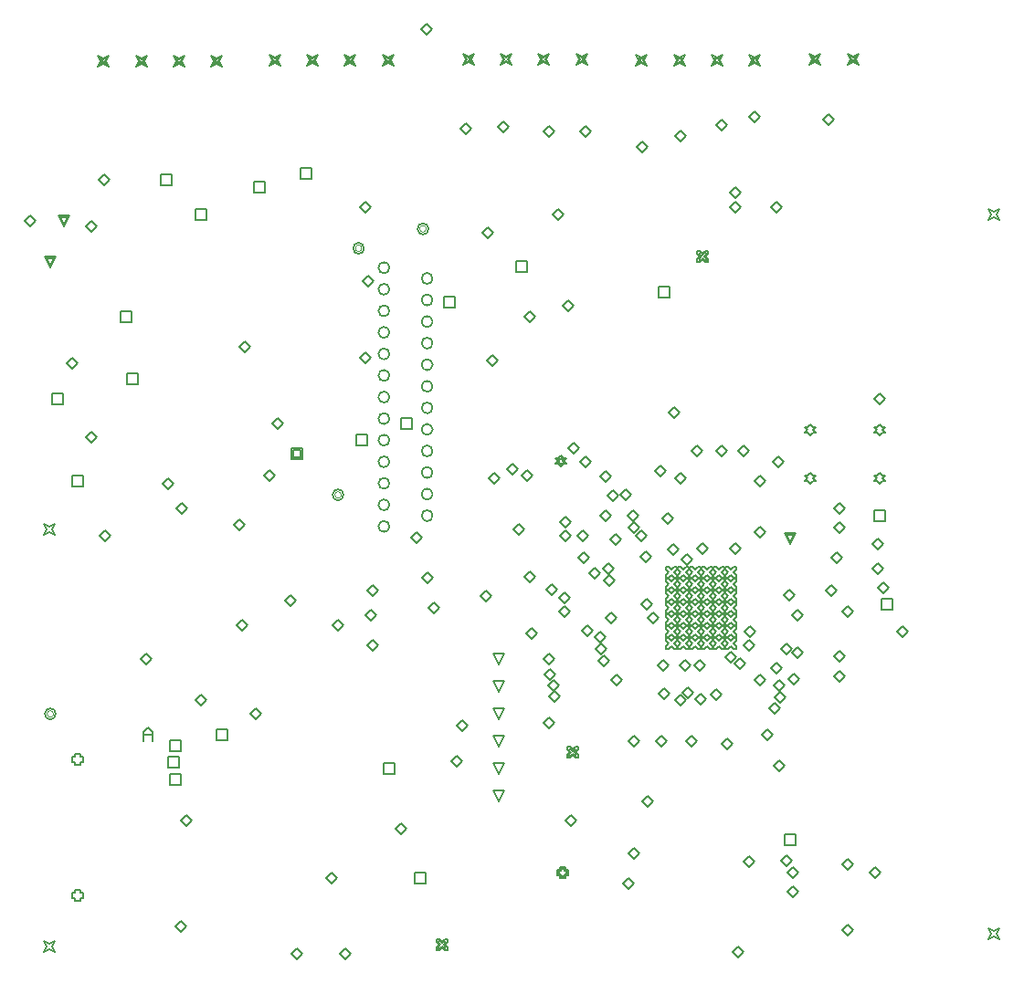
<source format=gbr>
G04*
G04 #@! TF.GenerationSoftware,Altium Limited,Altium Designer,25.2.1 (25)*
G04*
G04 Layer_Color=2752767*
%FSLAX25Y25*%
%MOIN*%
G70*
G04*
G04 #@! TF.SameCoordinates,93333BF9-B9FA-480E-9F15-3530D08D3613*
G04*
G04*
G04 #@! TF.FilePolarity,Positive*
G04*
G01*
G75*
%ADD14C,0.00500*%
%ADD146C,0.00667*%
%ADD147C,0.00400*%
D14*
X292110Y332150D02*
X293110Y334150D01*
X292110Y336150D01*
X294110Y335150D01*
X296110Y336150D01*
X295110Y334150D01*
X296110Y332150D01*
X294110Y333150D01*
X292110Y332150D01*
X292910Y332949D02*
X293510Y334150D01*
X292910Y335349D01*
X294110Y334750D01*
X295310Y335349D01*
X294710Y334150D01*
X295310Y332949D01*
X294110Y333549D01*
X292910Y332949D01*
X305890Y332150D02*
X306890Y334150D01*
X305890Y336150D01*
X307890Y335150D01*
X309890Y336150D01*
X308890Y334150D01*
X309890Y332150D01*
X307890Y333150D01*
X305890Y332150D01*
X306690Y332949D02*
X307290Y334150D01*
X306690Y335349D01*
X307890Y334750D01*
X309090Y335349D01*
X308490Y334150D01*
X309090Y332949D01*
X307890Y333549D01*
X306690Y332949D01*
X73800Y331500D02*
X74800Y333500D01*
X73800Y335500D01*
X75800Y334500D01*
X77800Y335500D01*
X76800Y333500D01*
X77800Y331500D01*
X75800Y332500D01*
X73800Y331500D01*
X74600Y332300D02*
X75200Y333500D01*
X74600Y334700D01*
X75800Y334100D01*
X77000Y334700D01*
X76400Y333500D01*
X77000Y332300D01*
X75800Y332900D01*
X74600Y332300D01*
X60021Y331500D02*
X61020Y333500D01*
X60021Y335500D01*
X62020Y334500D01*
X64021Y335500D01*
X63020Y333500D01*
X64021Y331500D01*
X62020Y332500D01*
X60021Y331500D01*
X60821Y332300D02*
X61421Y333500D01*
X60821Y334700D01*
X62020Y334100D01*
X63221Y334700D01*
X62621Y333500D01*
X63221Y332300D01*
X62020Y332900D01*
X60821Y332300D01*
X46241Y331500D02*
X47241Y333500D01*
X46241Y335500D01*
X48241Y334500D01*
X50241Y335500D01*
X49241Y333500D01*
X50241Y331500D01*
X48241Y332500D01*
X46241Y331500D01*
X47041Y332300D02*
X47641Y333500D01*
X47041Y334700D01*
X48241Y334100D01*
X49441Y334700D01*
X48841Y333500D01*
X49441Y332300D01*
X48241Y332900D01*
X47041Y332300D01*
X32461Y331500D02*
X33461Y333500D01*
X32461Y335500D01*
X34461Y334500D01*
X36461Y335500D01*
X35461Y333500D01*
X36461Y331500D01*
X34461Y332500D01*
X32461Y331500D01*
X33261Y332300D02*
X33861Y333500D01*
X33261Y334700D01*
X34461Y334100D01*
X35661Y334700D01*
X35061Y333500D01*
X35661Y332300D01*
X34461Y332900D01*
X33261Y332300D01*
X270139Y331600D02*
X271139Y333600D01*
X270139Y335600D01*
X272139Y334600D01*
X274139Y335600D01*
X273139Y333600D01*
X274139Y331600D01*
X272139Y332600D01*
X270139Y331600D01*
X270939Y332400D02*
X271539Y333600D01*
X270939Y334800D01*
X272139Y334200D01*
X273339Y334800D01*
X272739Y333600D01*
X273339Y332400D01*
X272139Y333000D01*
X270939Y332400D01*
X256359Y331600D02*
X257359Y333600D01*
X256359Y335600D01*
X258359Y334600D01*
X260359Y335600D01*
X259359Y333600D01*
X260359Y331600D01*
X258359Y332600D01*
X256359Y331600D01*
X257159Y332400D02*
X257759Y333600D01*
X257159Y334800D01*
X258359Y334200D01*
X259559Y334800D01*
X258959Y333600D01*
X259559Y332400D01*
X258359Y333000D01*
X257159Y332400D01*
X242580Y331600D02*
X243580Y333600D01*
X242580Y335600D01*
X244580Y334600D01*
X246580Y335600D01*
X245580Y333600D01*
X246580Y331600D01*
X244580Y332600D01*
X242580Y331600D01*
X243379Y332400D02*
X243980Y333600D01*
X243379Y334800D01*
X244580Y334200D01*
X245779Y334800D01*
X245180Y333600D01*
X245779Y332400D01*
X244580Y333000D01*
X243379Y332400D01*
X228800Y331600D02*
X229800Y333600D01*
X228800Y335600D01*
X230800Y334600D01*
X232800Y335600D01*
X231800Y333600D01*
X232800Y331600D01*
X230800Y332600D01*
X228800Y331600D01*
X229600Y332400D02*
X230200Y333600D01*
X229600Y334800D01*
X230800Y334200D01*
X232000Y334800D01*
X231400Y333600D01*
X232000Y332400D01*
X230800Y333000D01*
X229600Y332400D01*
X206859Y332000D02*
X207859Y334000D01*
X206859Y336000D01*
X208859Y335000D01*
X210859Y336000D01*
X209859Y334000D01*
X210859Y332000D01*
X208859Y333000D01*
X206859Y332000D01*
X207659Y332800D02*
X208259Y334000D01*
X207659Y335200D01*
X208859Y334600D01*
X210059Y335200D01*
X209459Y334000D01*
X210059Y332800D01*
X208859Y333400D01*
X207659Y332800D01*
X193079Y332000D02*
X194079Y334000D01*
X193079Y336000D01*
X195080Y335000D01*
X197080Y336000D01*
X196080Y334000D01*
X197080Y332000D01*
X195080Y333000D01*
X193079Y332000D01*
X193879Y332800D02*
X194480Y334000D01*
X193879Y335200D01*
X195080Y334600D01*
X196280Y335200D01*
X195679Y334000D01*
X196280Y332800D01*
X195080Y333400D01*
X193879Y332800D01*
X179300Y332000D02*
X180300Y334000D01*
X179300Y336000D01*
X181300Y335000D01*
X183300Y336000D01*
X182300Y334000D01*
X183300Y332000D01*
X181300Y333000D01*
X179300Y332000D01*
X180100Y332800D02*
X180700Y334000D01*
X180100Y335200D01*
X181300Y334600D01*
X182500Y335200D01*
X181900Y334000D01*
X182500Y332800D01*
X181300Y333400D01*
X180100Y332800D01*
X165521Y332000D02*
X166521Y334000D01*
X165521Y336000D01*
X167520Y335000D01*
X169520Y336000D01*
X168520Y334000D01*
X169520Y332000D01*
X167520Y333000D01*
X165521Y332000D01*
X166321Y332800D02*
X166920Y334000D01*
X166321Y335200D01*
X167520Y334600D01*
X168720Y335200D01*
X168121Y334000D01*
X168720Y332800D01*
X167520Y333400D01*
X166321Y332800D01*
X136261Y331800D02*
X137261Y333800D01*
X136261Y335800D01*
X138261Y334800D01*
X140261Y335800D01*
X139261Y333800D01*
X140261Y331800D01*
X138261Y332800D01*
X136261Y331800D01*
X137061Y332600D02*
X137661Y333800D01*
X137061Y335000D01*
X138261Y334400D01*
X139461Y335000D01*
X138861Y333800D01*
X139461Y332600D01*
X138261Y333200D01*
X137061Y332600D01*
X122482Y331800D02*
X123482Y333800D01*
X122482Y335800D01*
X124482Y334800D01*
X126482Y335800D01*
X125482Y333800D01*
X126482Y331800D01*
X124482Y332800D01*
X122482Y331800D01*
X123282Y332600D02*
X123882Y333800D01*
X123282Y335000D01*
X124482Y334400D01*
X125682Y335000D01*
X125082Y333800D01*
X125682Y332600D01*
X124482Y333200D01*
X123282Y332600D01*
X108702Y331800D02*
X109702Y333800D01*
X108702Y335800D01*
X110702Y334800D01*
X112702Y335800D01*
X111702Y333800D01*
X112702Y331800D01*
X110702Y332800D01*
X108702Y331800D01*
X109502Y332600D02*
X110102Y333800D01*
X109502Y335000D01*
X110702Y334400D01*
X111902Y335000D01*
X111302Y333800D01*
X111902Y332600D01*
X110702Y333200D01*
X109502Y332600D01*
X94923Y331800D02*
X95923Y333800D01*
X94923Y335800D01*
X96923Y334800D01*
X98923Y335800D01*
X97923Y333800D01*
X98923Y331800D01*
X96923Y332800D01*
X94923Y331800D01*
X95723Y332600D02*
X96323Y333800D01*
X95723Y335000D01*
X96923Y334400D01*
X98123Y335000D01*
X97523Y333800D01*
X98123Y332600D01*
X96923Y333200D01*
X95723Y332600D01*
X12500Y8000D02*
X13500Y10000D01*
X12500Y12000D01*
X14500Y11000D01*
X16500Y12000D01*
X15500Y10000D01*
X16500Y8000D01*
X14500Y9000D01*
X12500Y8000D01*
X357200Y275500D02*
X358200Y277500D01*
X357200Y279500D01*
X359200Y278500D01*
X361200Y279500D01*
X360200Y277500D01*
X361200Y275500D01*
X359200Y276500D01*
X357200Y275500D01*
Y12800D02*
X358200Y14800D01*
X357200Y16800D01*
X359200Y15800D01*
X361200Y16800D01*
X360200Y14800D01*
X361200Y12800D01*
X359200Y13800D01*
X357200Y12800D01*
X178500Y63000D02*
X176500Y67000D01*
X180500D01*
X178500Y63000D01*
Y73000D02*
X176500Y77000D01*
X180500D01*
X178500Y73000D01*
Y83000D02*
X176500Y87000D01*
X180500D01*
X178500Y83000D01*
Y93000D02*
X176500Y97000D01*
X180500D01*
X178500Y93000D01*
Y103000D02*
X176500Y107000D01*
X180500D01*
X178500Y103000D01*
Y113000D02*
X176500Y117000D01*
X180500D01*
X178500Y113000D01*
X155900Y8700D02*
X156900D01*
X157900Y9700D01*
X158900Y8700D01*
X159900D01*
Y9700D01*
X158900Y10700D01*
X159900Y11700D01*
Y12700D01*
X158900D01*
X157900Y11700D01*
X156900Y12700D01*
X155900D01*
Y11700D01*
X156900Y10700D01*
X155900Y9700D01*
Y8700D01*
X156700Y9500D02*
X157300D01*
X157900Y10100D01*
X158500Y9500D01*
X159100D01*
Y10100D01*
X158500Y10700D01*
X159100Y11300D01*
Y11900D01*
X158500D01*
X157900Y11300D01*
X157300Y11900D01*
X156700D01*
Y11300D01*
X157300Y10700D01*
X156700Y10100D01*
Y9500D01*
X203600Y78900D02*
X204600D01*
X205600Y79900D01*
X206600Y78900D01*
X207600D01*
Y79900D01*
X206600Y80900D01*
X207600Y81900D01*
Y82900D01*
X206600D01*
X205600Y81900D01*
X204600Y82900D01*
X203600D01*
Y81900D01*
X204600Y80900D01*
X203600Y79900D01*
Y78900D01*
X204400Y79700D02*
X205000D01*
X205600Y80300D01*
X206200Y79700D01*
X206800D01*
Y80300D01*
X206200Y80900D01*
X206800Y81500D01*
Y82100D01*
X206200D01*
X205600Y81500D01*
X205000Y82100D01*
X204400D01*
Y81500D01*
X205000Y80900D01*
X204400Y80300D01*
Y79700D01*
X251100Y260000D02*
X252100D01*
X253100Y261000D01*
X254100Y260000D01*
X255100D01*
Y261000D01*
X254100Y262000D01*
X255100Y263000D01*
Y264000D01*
X254100D01*
X253100Y263000D01*
X252100Y264000D01*
X251100D01*
Y263000D01*
X252100Y262000D01*
X251100Y261000D01*
Y260000D01*
X251900Y260800D02*
X252500D01*
X253100Y261400D01*
X253700Y260800D01*
X254300D01*
Y261400D01*
X253700Y262000D01*
X254300Y262600D01*
Y263200D01*
X253700D01*
X253100Y262600D01*
X252500Y263200D01*
X251900D01*
Y262600D01*
X252500Y262000D01*
X251900Y261400D01*
Y260800D01*
X12500Y160500D02*
X13500Y162500D01*
X12500Y164500D01*
X14500Y163500D01*
X16500Y164500D01*
X15500Y162500D01*
X16500Y160500D01*
X14500Y161500D01*
X12500Y160500D01*
X24000Y77303D02*
Y76303D01*
X26000D01*
Y77303D01*
X27000D01*
Y79303D01*
X26000D01*
Y80303D01*
X24000D01*
Y79303D01*
X23000D01*
Y77303D01*
X24000D01*
Y27697D02*
Y26697D01*
X26000D01*
Y27697D01*
X27000D01*
Y29697D01*
X26000D01*
Y30697D01*
X24000D01*
Y29697D01*
X23000D01*
Y27697D01*
X24000D01*
X292205Y196858D02*
X293205Y197858D01*
X294205D01*
X293205Y198858D01*
X294205Y199858D01*
X293205D01*
X292205Y200858D01*
X291205Y199858D01*
X290205D01*
X291205Y198858D01*
X290205Y197858D01*
X291205D01*
X292205Y196858D01*
X317795D02*
X318795Y197858D01*
X319795D01*
X318795Y198858D01*
X319795Y199858D01*
X318795D01*
X317795Y200858D01*
X316795Y199858D01*
X315795D01*
X316795Y198858D01*
X315795Y197858D01*
X316795D01*
X317795Y196858D01*
X292205Y179142D02*
X293205Y180142D01*
X294205D01*
X293205Y181142D01*
X294205Y182142D01*
X293205D01*
X292205Y183142D01*
X291205Y182142D01*
X290205D01*
X291205Y181142D01*
X290205Y180142D01*
X291205D01*
X292205Y179142D01*
X317795D02*
X318795Y180142D01*
X319795D01*
X318795Y181142D01*
X319795Y182142D01*
X318795D01*
X317795Y183142D01*
X316795Y182142D01*
X315795D01*
X316795Y181142D01*
X315795Y180142D01*
X316795D01*
X317795Y179142D01*
X49000Y85000D02*
Y88332D01*
X50666Y89998D01*
X52332Y88332D01*
Y85000D01*
Y87499D01*
X49000D01*
X141000Y53000D02*
X143000Y55000D01*
X145000Y53000D01*
X143000Y51000D01*
X141000Y53000D01*
X201000Y36000D02*
Y35000D01*
X203000D01*
Y36000D01*
X204000D01*
Y38000D01*
X203000D01*
Y39000D01*
X201000D01*
Y38000D01*
X200000D01*
Y36000D01*
X201000D01*
X201400Y36400D02*
Y35800D01*
X202600D01*
Y36400D01*
X203200D01*
Y37600D01*
X202600D01*
Y38200D01*
X201400D01*
Y37600D01*
X200800D01*
Y36400D01*
X201400D01*
X153000Y133700D02*
X155000Y135700D01*
X157000Y133700D01*
X155000Y131700D01*
X153000Y133700D01*
X187000Y182000D02*
X189000Y184000D01*
X191000Y182000D01*
X189000Y180000D01*
X187000Y182000D01*
X297000Y312000D02*
X299000Y314000D01*
X301000Y312000D01*
X299000Y310000D01*
X297000Y312000D01*
X264000Y8000D02*
X266000Y10000D01*
X268000Y8000D01*
X266000Y6000D01*
X264000Y8000D01*
X270000Y313000D02*
X272000Y315000D01*
X274000Y313000D01*
X272000Y311000D01*
X270000Y313000D01*
X258000Y310000D02*
X260000Y312000D01*
X262000Y310000D01*
X260000Y308000D01*
X258000Y310000D01*
X243000Y306000D02*
X245000Y308000D01*
X247000Y306000D01*
X245000Y304000D01*
X243000Y306000D01*
X229000Y302000D02*
X231000Y304000D01*
X233000Y302000D01*
X231000Y300000D01*
X229000Y302000D01*
X208400Y307581D02*
X210400Y309581D01*
X212400Y307581D01*
X210400Y305581D01*
X208400Y307581D01*
X198401Y277399D02*
X200401Y279399D01*
X202401Y277399D01*
X200401Y275399D01*
X198401Y277399D01*
X237000Y247000D02*
Y251000D01*
X241000D01*
Y247000D01*
X237000D01*
X202000Y244000D02*
X204000Y246000D01*
X206000Y244000D01*
X204000Y242000D01*
X202000Y244000D01*
X195000Y307800D02*
X197000Y309800D01*
X199000Y307800D01*
X197000Y305800D01*
X195000Y307800D01*
X178400Y309200D02*
X180400Y311200D01*
X182400Y309200D01*
X180400Y307200D01*
X178400Y309200D01*
X172700Y270600D02*
X174700Y272600D01*
X176700Y270600D01*
X174700Y268600D01*
X172700Y270600D01*
X181625Y184244D02*
X183625Y186244D01*
X185625Y184244D01*
X183625Y182244D01*
X181625Y184244D01*
X174300Y224100D02*
X176300Y226100D01*
X178300Y224100D01*
X176300Y222100D01*
X174300Y224100D01*
X185000Y256500D02*
Y260500D01*
X189000D01*
Y256500D01*
X185000D01*
X188000Y240000D02*
X190000Y242000D01*
X192000Y240000D01*
X190000Y238000D01*
X188000Y240000D01*
X164800Y308700D02*
X166800Y310700D01*
X168800Y308700D01*
X166800Y306700D01*
X164800Y308700D01*
X5800Y275000D02*
X7800Y277000D01*
X9800Y275000D01*
X7800Y273000D01*
X5800Y275000D01*
X150300Y344900D02*
X152300Y346900D01*
X154300Y344900D01*
X152300Y342900D01*
X150300Y344900D01*
X219225Y158625D02*
X221225Y160625D01*
X223225Y158625D01*
X221225Y156625D01*
X219225Y158625D01*
X228600Y159900D02*
X230600Y161900D01*
X232600Y159900D01*
X230600Y157900D01*
X228600Y159900D01*
X230200Y152400D02*
X232200Y154400D01*
X234200Y152400D01*
X232200Y150400D01*
X230200Y152400D01*
X251100Y155200D02*
X253100Y157200D01*
X255100Y155200D01*
X253100Y153200D01*
X251100Y155200D01*
X262900D02*
X264900Y157200D01*
X266900Y155200D01*
X264900Y153200D01*
X262900Y155200D01*
X201300Y185200D02*
X202300Y186200D01*
X203300D01*
X202300Y187200D01*
X203300Y188200D01*
X202300D01*
X201300Y189200D01*
X200300Y188200D01*
X199300D01*
X200300Y187200D01*
X199300Y186200D01*
X200300D01*
X201300Y185200D01*
Y186000D02*
X201900Y186600D01*
X202500D01*
X201900Y187200D01*
X202500Y187800D01*
X201900D01*
X201300Y188400D01*
X200700Y187800D01*
X200100D01*
X200700Y187200D01*
X200100Y186600D01*
X200700D01*
X201300Y186000D01*
X146700Y159200D02*
X148700Y161200D01*
X150700Y159200D01*
X148700Y157200D01*
X146700Y159200D01*
X150800Y144800D02*
X152800Y146800D01*
X154800Y144800D01*
X152800Y142800D01*
X150800Y144800D01*
X163400Y90800D02*
X165400Y92800D01*
X167400Y90800D01*
X165400Y88800D01*
X163400Y90800D01*
X161200Y77600D02*
X163200Y79600D01*
X165200Y77600D01*
X163200Y75600D01*
X161200Y77600D01*
X142900Y199100D02*
Y203100D01*
X146900D01*
Y199100D01*
X142900D01*
X158500Y243400D02*
Y247400D01*
X162500D01*
Y243400D01*
X158500D01*
X175000Y181100D02*
X177000Y183100D01*
X179000Y181100D01*
X177000Y179100D01*
X175000Y181100D01*
X208400Y186900D02*
X210400Y188900D01*
X212400Y186900D01*
X210400Y184900D01*
X208400Y186900D01*
X184100Y162400D02*
X186100Y164400D01*
X188100Y162400D01*
X186100Y160400D01*
X184100Y162400D01*
X282800Y138200D02*
X284800Y140200D01*
X286800Y138200D01*
X284800Y136200D01*
X282800Y138200D01*
X281566Y118629D02*
X283566Y120629D01*
X285566Y118629D01*
X283566Y116629D01*
X281566Y118629D01*
X256000Y102000D02*
X258000Y104000D01*
X260000Y102000D01*
X258000Y100000D01*
X256000Y102000D01*
X250200Y100400D02*
X252200Y102400D01*
X254200Y100400D01*
X252200Y98400D01*
X250200Y100400D01*
X136500Y73000D02*
Y77000D01*
X140500D01*
Y73000D01*
X136500D01*
X245600Y102600D02*
X247600Y104600D01*
X249600Y102600D01*
X247600Y100600D01*
X245600Y102600D01*
X240300Y155100D02*
X242300Y157100D01*
X244300Y155100D01*
X242300Y153100D01*
X240300Y155100D01*
X216500Y147900D02*
X218500Y149900D01*
X220500Y147900D01*
X218500Y145900D01*
X216500Y147900D01*
X217000Y143800D02*
X219000Y145800D01*
X221000Y143800D01*
X219000Y141800D01*
X217000Y143800D01*
X211600Y146500D02*
X213600Y148500D01*
X215600Y146500D01*
X213600Y144500D01*
X211600Y146500D01*
X207600Y152000D02*
X209600Y154000D01*
X211600Y152000D01*
X209600Y150000D01*
X207600Y152000D01*
X215500Y181800D02*
X217500Y183800D01*
X219500Y181800D01*
X217500Y179800D01*
X215500Y181800D01*
X204000Y192100D02*
X206000Y194100D01*
X208000Y192100D01*
X206000Y190100D01*
X204000Y192100D01*
X207200Y160100D02*
X209200Y162100D01*
X211200Y160100D01*
X209200Y158100D01*
X207200Y160100D01*
X201000Y160000D02*
X203000Y162000D01*
X205000Y160000D01*
X203000Y158000D01*
X201000Y160000D01*
X196100Y140400D02*
X198100Y142400D01*
X200100Y140400D01*
X198100Y138400D01*
X196100Y140400D01*
X201000Y165000D02*
X203000Y167000D01*
X205000Y165000D01*
X203000Y163000D01*
X201000Y165000D01*
X128000Y280000D02*
X130000Y282000D01*
X132000Y280000D01*
X130000Y278000D01*
X128000Y280000D01*
X263125D02*
X265125Y282000D01*
X267125Y280000D01*
X265125Y278000D01*
X263125Y280000D01*
Y285400D02*
X265125Y287400D01*
X267125Y285400D01*
X265125Y283400D01*
X263125Y285400D01*
X278000Y280000D02*
X280000Y282000D01*
X282000Y280000D01*
X280000Y278000D01*
X278000Y280000D01*
X195300Y109500D02*
X197300Y111500D01*
X199300Y109500D01*
X197300Y107500D01*
X195300Y109500D01*
X196800Y105200D02*
X198800Y107200D01*
X200800Y105200D01*
X198800Y103200D01*
X196800Y105200D01*
X197100Y101200D02*
X199100Y103200D01*
X201100Y101200D01*
X199100Y99200D01*
X197100Y101200D01*
X214975Y114400D02*
X216975Y116400D01*
X218975Y114400D01*
X216975Y112400D01*
X214975Y114400D01*
X217600Y129900D02*
X219600Y131900D01*
X221600Y129900D01*
X219600Y127900D01*
X217600Y129900D01*
X236700Y112690D02*
X238700Y114690D01*
X240700Y112690D01*
X238700Y110690D01*
X236700Y112690D01*
X250100D02*
X252100Y114690D01*
X254100Y112690D01*
X252100Y110690D01*
X250100Y112690D01*
X244600D02*
X246600Y114690D01*
X248600Y112690D01*
X246600Y110690D01*
X244600Y112690D01*
X268187Y124912D02*
X270187Y126912D01*
X272187Y124912D01*
X270187Y122912D01*
X268187Y124912D01*
X261300Y115700D02*
X263300Y117700D01*
X265300Y115700D01*
X263300Y113700D01*
X261300Y115700D01*
X279400Y101000D02*
X281400Y103000D01*
X283400Y101000D01*
X281400Y99000D01*
X279400Y101000D01*
X284400Y107675D02*
X286400Y109675D01*
X288400Y107675D01*
X286400Y105675D01*
X284400Y107675D01*
X272100Y107500D02*
X274100Y109500D01*
X276100Y107500D01*
X274100Y105500D01*
X272100Y107500D01*
X277300Y97100D02*
X279300Y99100D01*
X281300Y97100D01*
X279300Y95100D01*
X277300Y97100D01*
X279000Y105200D02*
X281000Y107200D01*
X283000Y105200D01*
X281000Y103200D01*
X279000Y105200D01*
X225500Y167500D02*
X227500Y169500D01*
X229500Y167500D01*
X227500Y165500D01*
X225500Y167500D01*
X215500D02*
X217500Y169500D01*
X219500Y167500D01*
X217500Y165500D01*
X215500Y167500D01*
X238200Y166500D02*
X240200Y168500D01*
X242200Y166500D01*
X240200Y164500D01*
X238200Y166500D01*
X226000Y163000D02*
X228000Y165000D01*
X230000Y163000D01*
X228000Y161000D01*
X226000Y163000D01*
X222900Y174875D02*
X224900Y176875D01*
X226900Y174875D01*
X224900Y172875D01*
X222900Y174875D01*
X218400Y174700D02*
X220400Y176700D01*
X222400Y174700D01*
X220400Y172700D01*
X218400Y174700D01*
X213600Y122875D02*
X215600Y124875D01*
X217600Y122875D01*
X215600Y120875D01*
X213600Y122875D01*
X209000Y125500D02*
X211000Y127500D01*
X213000Y125500D01*
X211000Y123500D01*
X209000Y125500D01*
X214100Y118600D02*
X216100Y120600D01*
X218100Y118600D01*
X216100Y116600D01*
X214100Y118600D01*
X188600Y124400D02*
X190600Y126400D01*
X192600Y124400D01*
X190600Y122400D01*
X188600Y124400D01*
X324000Y125000D02*
X326000Y127000D01*
X328000Y125000D01*
X326000Y123000D01*
X324000Y125000D01*
X264700Y113200D02*
X266700Y115200D01*
X268700Y113200D01*
X266700Y111200D01*
X264700Y113200D01*
X301100Y108700D02*
X303100Y110700D01*
X305100Y108700D01*
X303100Y106700D01*
X301100Y108700D01*
X278000Y111800D02*
X280000Y113800D01*
X282000Y111800D01*
X280000Y109800D01*
X278000Y111800D01*
X274800Y87400D02*
X276800Y89400D01*
X278800Y87400D01*
X276800Y85400D01*
X274800Y87400D01*
X195000Y91700D02*
X197000Y93700D01*
X199000Y91700D01*
X197000Y89700D01*
X195000Y91700D01*
X243000Y100000D02*
X245000Y102000D01*
X247000Y100000D01*
X245000Y98000D01*
X243000Y100000D01*
X237000Y102500D02*
X239000Y104500D01*
X241000Y102500D01*
X239000Y100500D01*
X237000Y102500D01*
X239574Y144739D02*
X240574D01*
X241574Y145739D01*
X242574Y144739D01*
X243574D01*
Y145739D01*
X242574Y146739D01*
X243574Y147739D01*
Y148739D01*
X242574D01*
X241574Y147739D01*
X240574Y148739D01*
X239574D01*
Y147739D01*
X240574Y146739D01*
X239574Y145739D01*
Y144739D01*
X243904D02*
X244904D01*
X245904Y145739D01*
X246904Y144739D01*
X247904D01*
Y145739D01*
X246904Y146739D01*
X247904Y147739D01*
Y148739D01*
X246904D01*
X245904Y147739D01*
X244904Y148739D01*
X243904D01*
Y147739D01*
X244904Y146739D01*
X243904Y145739D01*
Y144739D01*
X248235D02*
X249235D01*
X250235Y145739D01*
X251235Y144739D01*
X252235D01*
Y145739D01*
X251235Y146739D01*
X252235Y147739D01*
Y148739D01*
X251235D01*
X250235Y147739D01*
X249235Y148739D01*
X248235D01*
Y147739D01*
X249235Y146739D01*
X248235Y145739D01*
Y144739D01*
X252566D02*
X253566D01*
X254566Y145739D01*
X255566Y144739D01*
X256566D01*
Y145739D01*
X255566Y146739D01*
X256566Y147739D01*
Y148739D01*
X255566D01*
X254566Y147739D01*
X253566Y148739D01*
X252566D01*
Y147739D01*
X253566Y146739D01*
X252566Y145739D01*
Y144739D01*
X256897D02*
X257897D01*
X258897Y145739D01*
X259897Y144739D01*
X260897D01*
Y145739D01*
X259897Y146739D01*
X260897Y147739D01*
Y148739D01*
X259897D01*
X258897Y147739D01*
X257897Y148739D01*
X256897D01*
Y147739D01*
X257897Y146739D01*
X256897Y145739D01*
Y144739D01*
X261227D02*
X262227D01*
X263227Y145739D01*
X264227Y144739D01*
X265227D01*
Y145739D01*
X264227Y146739D01*
X265227Y147739D01*
Y148739D01*
X264227D01*
X263227Y147739D01*
X262227Y148739D01*
X261227D01*
Y147739D01*
X262227Y146739D01*
X261227Y145739D01*
Y144739D01*
X239574Y140408D02*
X240574D01*
X241574Y141408D01*
X242574Y140408D01*
X243574D01*
Y141408D01*
X242574Y142408D01*
X243574Y143408D01*
Y144408D01*
X242574D01*
X241574Y143408D01*
X240574Y144408D01*
X239574D01*
Y143408D01*
X240574Y142408D01*
X239574Y141408D01*
Y140408D01*
X243904Y140408D02*
X244904D01*
X245904Y141408D01*
X246904Y140408D01*
X247904D01*
Y141408D01*
X246904Y142408D01*
X247904Y143408D01*
Y144408D01*
X246904D01*
X245904Y143408D01*
X244904Y144408D01*
X243904D01*
Y143408D01*
X244904Y142408D01*
X243904Y141408D01*
Y140408D01*
X248235Y140408D02*
X249235D01*
X250235Y141408D01*
X251235Y140408D01*
X252235D01*
Y141408D01*
X251235Y142408D01*
X252235Y143408D01*
Y144408D01*
X251235D01*
X250235Y143408D01*
X249235Y144408D01*
X248235D01*
Y143408D01*
X249235Y142408D01*
X248235Y141408D01*
Y140408D01*
X252566D02*
X253566D01*
X254566Y141408D01*
X255566Y140408D01*
X256566D01*
Y141408D01*
X255566Y142408D01*
X256566Y143408D01*
Y144408D01*
X255566D01*
X254566Y143408D01*
X253566Y144408D01*
X252566D01*
Y143408D01*
X253566Y142408D01*
X252566Y141408D01*
Y140408D01*
X256897D02*
X257897D01*
X258897Y141408D01*
X259897Y140408D01*
X260897D01*
Y141408D01*
X259897Y142408D01*
X260897Y143408D01*
Y144408D01*
X259897D01*
X258897Y143408D01*
X257897Y144408D01*
X256897D01*
Y143408D01*
X257897Y142408D01*
X256897Y141408D01*
Y140408D01*
X261227D02*
X262227D01*
X263227Y141408D01*
X264227Y140408D01*
X265227D01*
Y141408D01*
X264227Y142408D01*
X265227Y143408D01*
Y144408D01*
X264227D01*
X263227Y143408D01*
X262227Y144408D01*
X261227D01*
Y143408D01*
X262227Y142408D01*
X261227Y141408D01*
Y140408D01*
X239574Y136078D02*
X240574D01*
X241574Y137078D01*
X242574Y136078D01*
X243574D01*
Y137078D01*
X242574Y138078D01*
X243574Y139078D01*
Y140078D01*
X242574D01*
X241574Y139078D01*
X240574Y140078D01*
X239574D01*
Y139078D01*
X240574Y138078D01*
X239574Y137078D01*
Y136078D01*
X243904D02*
X244904D01*
X245904Y137078D01*
X246904Y136078D01*
X247904D01*
Y137078D01*
X246904Y138078D01*
X247904Y139078D01*
Y140078D01*
X246904D01*
X245904Y139078D01*
X244904Y140078D01*
X243904D01*
Y139078D01*
X244904Y138078D01*
X243904Y137078D01*
Y136078D01*
X248235D02*
X249235D01*
X250235Y137078D01*
X251235Y136078D01*
X252235D01*
Y137078D01*
X251235Y138078D01*
X252235Y139078D01*
Y140078D01*
X251235D01*
X250235Y139078D01*
X249235Y140078D01*
X248235D01*
Y139078D01*
X249235Y138078D01*
X248235Y137078D01*
Y136078D01*
X252566D02*
X253566D01*
X254566Y137078D01*
X255566Y136078D01*
X256566D01*
Y137078D01*
X255566Y138078D01*
X256566Y139078D01*
Y140078D01*
X255566D01*
X254566Y139078D01*
X253566Y140078D01*
X252566D01*
Y139078D01*
X253566Y138078D01*
X252566Y137078D01*
Y136078D01*
X256897D02*
X257897D01*
X258897Y137078D01*
X259897Y136078D01*
X260897D01*
Y137078D01*
X259897Y138078D01*
X260897Y139078D01*
Y140078D01*
X259897D01*
X258897Y139078D01*
X257897Y140078D01*
X256897D01*
Y139078D01*
X257897Y138078D01*
X256897Y137078D01*
Y136078D01*
X261227D02*
X262227D01*
X263227Y137078D01*
X264227Y136078D01*
X265227D01*
Y137078D01*
X264227Y138078D01*
X265227Y139078D01*
Y140078D01*
X264227D01*
X263227Y139078D01*
X262227Y140078D01*
X261227D01*
Y139078D01*
X262227Y138078D01*
X261227Y137078D01*
Y136078D01*
X239574Y131747D02*
X240574D01*
X241574Y132747D01*
X242574Y131747D01*
X243574D01*
Y132747D01*
X242574Y133747D01*
X243574Y134747D01*
Y135747D01*
X242574D01*
X241574Y134747D01*
X240574Y135747D01*
X239574D01*
Y134747D01*
X240574Y133747D01*
X239574Y132747D01*
Y131747D01*
X243904D02*
X244904D01*
X245904Y132747D01*
X246904Y131747D01*
X247904D01*
Y132747D01*
X246904Y133747D01*
X247904Y134747D01*
Y135747D01*
X246904D01*
X245904Y134747D01*
X244904Y135747D01*
X243904D01*
Y134747D01*
X244904Y133747D01*
X243904Y132747D01*
Y131747D01*
X248235D02*
X249235D01*
X250235Y132747D01*
X251235Y131747D01*
X252235D01*
Y132747D01*
X251235Y133747D01*
X252235Y134747D01*
Y135747D01*
X251235D01*
X250235Y134747D01*
X249235Y135747D01*
X248235D01*
Y134747D01*
X249235Y133747D01*
X248235Y132747D01*
Y131747D01*
X252566D02*
X253566D01*
X254566Y132747D01*
X255566Y131747D01*
X256566D01*
Y132747D01*
X255566Y133747D01*
X256566Y134747D01*
Y135747D01*
X255566D01*
X254566Y134747D01*
X253566Y135747D01*
X252566D01*
Y134747D01*
X253566Y133747D01*
X252566Y132747D01*
Y131747D01*
X256897D02*
X257897D01*
X258897Y132747D01*
X259897Y131747D01*
X260897D01*
Y132747D01*
X259897Y133747D01*
X260897Y134747D01*
Y135747D01*
X259897D01*
X258897Y134747D01*
X257897Y135747D01*
X256897D01*
Y134747D01*
X257897Y133747D01*
X256897Y132747D01*
Y131747D01*
X261227D02*
X262227D01*
X263227Y132747D01*
X264227Y131747D01*
X265227D01*
Y132747D01*
X264227Y133747D01*
X265227Y134747D01*
Y135747D01*
X264227D01*
X263227Y134747D01*
X262227Y135747D01*
X261227D01*
Y134747D01*
X262227Y133747D01*
X261227Y132747D01*
Y131747D01*
X239574Y127416D02*
X240574D01*
X241574Y128416D01*
X242574Y127416D01*
X243574D01*
Y128416D01*
X242574Y129416D01*
X243574Y130416D01*
Y131416D01*
X242574D01*
X241574Y130416D01*
X240574Y131416D01*
X239574D01*
Y130416D01*
X240574Y129416D01*
X239574Y128416D01*
Y127416D01*
X243904D02*
X244904D01*
X245904Y128416D01*
X246904Y127416D01*
X247904D01*
Y128416D01*
X246904Y129416D01*
X247904Y130416D01*
Y131416D01*
X246904D01*
X245904Y130416D01*
X244904Y131416D01*
X243904D01*
Y130416D01*
X244904Y129416D01*
X243904Y128416D01*
Y127416D01*
X248235D02*
X249235D01*
X250235Y128416D01*
X251235Y127416D01*
X252235D01*
Y128416D01*
X251235Y129416D01*
X252235Y130416D01*
Y131416D01*
X251235D01*
X250235Y130416D01*
X249235Y131416D01*
X248235D01*
Y130416D01*
X249235Y129416D01*
X248235Y128416D01*
Y127416D01*
X252566D02*
X253566D01*
X254566Y128416D01*
X255566Y127416D01*
X256566D01*
Y128416D01*
X255566Y129416D01*
X256566Y130416D01*
Y131416D01*
X255566D01*
X254566Y130416D01*
X253566Y131416D01*
X252566D01*
Y130416D01*
X253566Y129416D01*
X252566Y128416D01*
Y127416D01*
X256897D02*
X257897D01*
X258897Y128416D01*
X259897Y127416D01*
X260897D01*
Y128416D01*
X259897Y129416D01*
X260897Y130416D01*
Y131416D01*
X259897D01*
X258897Y130416D01*
X257897Y131416D01*
X256897D01*
Y130416D01*
X257897Y129416D01*
X256897Y128416D01*
Y127416D01*
X261227D02*
X262227D01*
X263227Y128416D01*
X264227Y127416D01*
X265227D01*
Y128416D01*
X264227Y129416D01*
X265227Y130416D01*
Y131416D01*
X264227D01*
X263227Y130416D01*
X262227Y131416D01*
X261227D01*
Y130416D01*
X262227Y129416D01*
X261227Y128416D01*
Y127416D01*
X239574Y123086D02*
X240574D01*
X241574Y124086D01*
X242574Y123086D01*
X243574D01*
Y124086D01*
X242574Y125086D01*
X243574Y126086D01*
Y127086D01*
X242574D01*
X241574Y126086D01*
X240574Y127086D01*
X239574D01*
Y126086D01*
X240574Y125086D01*
X239574Y124086D01*
Y123086D01*
X243904D02*
X244904D01*
X245904Y124086D01*
X246904Y123086D01*
X247904D01*
Y124086D01*
X246904Y125086D01*
X247904Y126086D01*
Y127086D01*
X246904D01*
X245904Y126086D01*
X244904Y127086D01*
X243904D01*
Y126086D01*
X244904Y125086D01*
X243904Y124086D01*
Y123086D01*
X248235D02*
X249235D01*
X250235Y124086D01*
X251235Y123086D01*
X252235D01*
Y124086D01*
X251235Y125086D01*
X252235Y126086D01*
Y127086D01*
X251235D01*
X250235Y126086D01*
X249235Y127086D01*
X248235D01*
Y126086D01*
X249235Y125086D01*
X248235Y124086D01*
Y123086D01*
X252566D02*
X253566D01*
X254566Y124086D01*
X255566Y123086D01*
X256566D01*
Y124086D01*
X255566Y125086D01*
X256566Y126086D01*
Y127086D01*
X255566D01*
X254566Y126086D01*
X253566Y127086D01*
X252566D01*
Y126086D01*
X253566Y125086D01*
X252566Y124086D01*
Y123086D01*
X256897D02*
X257897D01*
X258897Y124086D01*
X259897Y123086D01*
X260897D01*
Y124086D01*
X259897Y125086D01*
X260897Y126086D01*
Y127086D01*
X259897D01*
X258897Y126086D01*
X257897Y127086D01*
X256897D01*
Y126086D01*
X257897Y125086D01*
X256897Y124086D01*
Y123086D01*
X261227D02*
X262227D01*
X263227Y124086D01*
X264227Y123086D01*
X265227D01*
Y124086D01*
X264227Y125086D01*
X265227Y126086D01*
Y127086D01*
X264227D01*
X263227Y126086D01*
X262227Y127086D01*
X261227D01*
Y126086D01*
X262227Y125086D01*
X261227Y124086D01*
Y123086D01*
X239574Y118755D02*
X240574D01*
X241574Y119755D01*
X242574Y118755D01*
X243574D01*
Y119755D01*
X242574Y120755D01*
X243574Y121755D01*
Y122755D01*
X242574D01*
X241574Y121755D01*
X240574Y122755D01*
X239574D01*
Y121755D01*
X240574Y120755D01*
X239574Y119755D01*
Y118755D01*
X243904D02*
X244904D01*
X245904Y119755D01*
X246904Y118755D01*
X247904D01*
Y119755D01*
X246904Y120755D01*
X247904Y121755D01*
Y122755D01*
X246904D01*
X245904Y121755D01*
X244904Y122755D01*
X243904D01*
Y121755D01*
X244904Y120755D01*
X243904Y119755D01*
Y118755D01*
X248235Y118755D02*
X249235D01*
X250235Y119755D01*
X251235Y118755D01*
X252235D01*
Y119755D01*
X251235Y120755D01*
X252235Y121755D01*
Y122755D01*
X251235D01*
X250235Y121755D01*
X249235Y122755D01*
X248235D01*
Y121755D01*
X249235Y120755D01*
X248235Y119755D01*
Y118755D01*
X252566Y118755D02*
X253566D01*
X254566Y119755D01*
X255566Y118755D01*
X256566D01*
Y119755D01*
X255566Y120755D01*
X256566Y121755D01*
Y122755D01*
X255566D01*
X254566Y121755D01*
X253566Y122755D01*
X252566D01*
Y121755D01*
X253566Y120755D01*
X252566Y119755D01*
Y118755D01*
X256897D02*
X257897D01*
X258897Y119755D01*
X259897Y118755D01*
X260897D01*
Y119755D01*
X259897Y120755D01*
X260897Y121755D01*
Y122755D01*
X259897D01*
X258897Y121755D01*
X257897Y122755D01*
X256897D01*
Y121755D01*
X257897Y120755D01*
X256897Y119755D01*
Y118755D01*
X261227D02*
X262227D01*
X263227Y119755D01*
X264227Y118755D01*
X265227D01*
Y119755D01*
X264227Y120755D01*
X265227Y121755D01*
Y122755D01*
X264227D01*
X263227Y121755D01*
X262227Y122755D01*
X261227D01*
Y121755D01*
X262227Y120755D01*
X261227Y119755D01*
Y118755D01*
X55400Y288100D02*
Y292100D01*
X59400D01*
Y288100D01*
X55400D01*
X106200Y290200D02*
Y294200D01*
X110200D01*
Y290200D01*
X106200D01*
X89200Y285400D02*
Y289400D01*
X93200D01*
Y285400D01*
X89200D01*
X32500Y289900D02*
X34500Y291900D01*
X36500Y289900D01*
X34500Y287900D01*
X32500Y289900D01*
X245400Y151500D02*
X247400Y153500D01*
X249400Y151500D01*
X247400Y149500D01*
X245400Y151500D01*
X61000Y170000D02*
X63000Y172000D01*
X65000Y170000D01*
X63000Y168000D01*
X61000Y170000D01*
X58500Y69000D02*
Y73000D01*
X62500D01*
Y69000D01*
X58500D01*
Y81500D02*
Y85500D01*
X62500D01*
Y81500D01*
X58500D01*
X281500Y41500D02*
X283500Y43500D01*
X285500Y41500D01*
X283500Y39500D01*
X281500Y41500D01*
X120500Y7500D02*
X122500Y9500D01*
X124500Y7500D01*
X122500Y5500D01*
X120500Y7500D01*
X285500Y131000D02*
X287500Y133000D01*
X289500Y131000D01*
X287500Y129000D01*
X285500Y131000D01*
X304000Y132500D02*
X306000Y134500D01*
X308000Y132500D01*
X306000Y130500D01*
X304000Y132500D01*
X235500Y183771D02*
X237500Y185771D01*
X239500Y183771D01*
X237500Y181771D01*
X235500Y183771D01*
X268033Y120000D02*
X270033Y122000D01*
X272033Y120000D01*
X270033Y118000D01*
X268033Y120000D01*
X278800Y187000D02*
X280800Y189000D01*
X282800Y187000D01*
X280800Y185000D01*
X278800Y187000D01*
X100500Y136500D02*
X102500Y138500D01*
X104500Y136500D01*
X102500Y134500D01*
X100500Y136500D01*
X62500Y56000D02*
X64500Y58000D01*
X66500Y56000D01*
X64500Y54000D01*
X62500Y56000D01*
X230500Y135000D02*
X232500Y137000D01*
X234500Y135000D01*
X232500Y133000D01*
X230500Y135000D01*
X272000Y161500D02*
X274000Y163500D01*
X276000Y161500D01*
X274000Y159500D01*
X272000Y161500D01*
X285500Y117500D02*
X287500Y119500D01*
X289500Y117500D01*
X287500Y115500D01*
X285500Y117500D01*
X301000Y116000D02*
X303000Y118000D01*
X305000Y116000D01*
X303000Y114000D01*
X301000Y116000D01*
X268000Y41000D02*
X270000Y43000D01*
X272000Y41000D01*
X270000Y39000D01*
X268000Y41000D01*
X279000Y76000D02*
X281000Y78000D01*
X283000Y76000D01*
X281000Y74000D01*
X279000Y76000D01*
X231000Y63000D02*
X233000Y65000D01*
X235000Y63000D01*
X233000Y61000D01*
X231000Y63000D01*
X118000Y127500D02*
X120000Y129500D01*
X122000Y127500D01*
X120000Y125500D01*
X118000Y127500D01*
X203000Y56000D02*
X205000Y58000D01*
X207000Y56000D01*
X205000Y54000D01*
X203000Y56000D01*
X226000Y85000D02*
X228000Y87000D01*
X230000Y85000D01*
X228000Y83000D01*
X226000Y85000D01*
X247000D02*
X249000Y87000D01*
X251000Y85000D01*
X249000Y83000D01*
X247000Y85000D01*
X236000D02*
X238000Y87000D01*
X240000Y85000D01*
X238000Y83000D01*
X236000Y85000D01*
X130000Y131000D02*
X132000Y133000D01*
X134000Y131000D01*
X132000Y129000D01*
X130000Y131000D01*
X172000Y138000D02*
X174000Y140000D01*
X176000Y138000D01*
X174000Y136000D01*
X172000Y138000D01*
X129000Y253000D02*
X131000Y255000D01*
X133000Y253000D01*
X131000Y251000D01*
X129000Y253000D01*
X82000Y164000D02*
X84000Y166000D01*
X86000Y164000D01*
X84000Y162000D01*
X82000Y164000D01*
X96000Y201000D02*
X98000Y203000D01*
X100000Y201000D01*
X98000Y199000D01*
X96000Y201000D01*
X28000Y273000D02*
X30000Y275000D01*
X32000Y273000D01*
X30000Y271000D01*
X28000Y273000D01*
X21000Y223000D02*
X23000Y225000D01*
X25000Y223000D01*
X23000Y221000D01*
X21000Y223000D01*
X272000Y180000D02*
X274000Y182000D01*
X276000Y180000D01*
X274000Y178000D01*
X272000Y180000D01*
X266000Y191000D02*
X268000Y193000D01*
X270000Y191000D01*
X268000Y189000D01*
X266000Y191000D01*
X258000D02*
X260000Y193000D01*
X262000Y191000D01*
X260000Y189000D01*
X258000Y191000D01*
X249000D02*
X251000Y193000D01*
X253000Y191000D01*
X251000Y189000D01*
X249000Y191000D01*
X243000Y181000D02*
X245000Y183000D01*
X247000Y181000D01*
X245000Y179000D01*
X243000Y181000D01*
X300000Y152000D02*
X302000Y154000D01*
X304000Y152000D01*
X302000Y150000D01*
X300000Y152000D01*
X298000Y140000D02*
X300000Y142000D01*
X302000Y140000D01*
X300000Y138000D01*
X298000Y140000D01*
X226000Y44000D02*
X228000Y46000D01*
X230000Y44000D01*
X228000Y42000D01*
X226000Y44000D01*
X260000Y84000D02*
X262000Y86000D01*
X264000Y84000D01*
X262000Y82000D01*
X260000Y84000D01*
X301000Y170000D02*
X303000Y172000D01*
X305000Y170000D01*
X303000Y168000D01*
X301000Y170000D01*
Y163000D02*
X303000Y165000D01*
X305000Y163000D01*
X303000Y161000D01*
X301000Y163000D01*
X317000Y141000D02*
X319000Y143000D01*
X321000Y141000D01*
X319000Y139000D01*
X317000Y141000D01*
X315000Y148000D02*
X317000Y150000D01*
X319000Y148000D01*
X317000Y146000D01*
X315000Y148000D01*
Y157000D02*
X317000Y159000D01*
X319000Y157000D01*
X317000Y155000D01*
X315000Y157000D01*
X224000Y33000D02*
X226000Y35000D01*
X228000Y33000D01*
X226000Y31000D01*
X224000Y33000D01*
X304000Y16000D02*
X306000Y18000D01*
X308000Y16000D01*
X306000Y14000D01*
X304000Y16000D01*
X284000Y30000D02*
X286000Y32000D01*
X288000Y30000D01*
X286000Y28000D01*
X284000Y30000D01*
X93000Y182000D02*
X95000Y184000D01*
X97000Y182000D01*
X95000Y180000D01*
X93000Y182000D01*
X128000Y225000D02*
X130000Y227000D01*
X132000Y225000D01*
X130000Y223000D01*
X128000Y225000D01*
X84000Y229000D02*
X86000Y231000D01*
X88000Y229000D01*
X86000Y227000D01*
X84000Y229000D01*
X56000Y179000D02*
X58000Y181000D01*
X60000Y179000D01*
X58000Y177000D01*
X56000Y179000D01*
X28000Y196000D02*
X30000Y198000D01*
X32000Y196000D01*
X30000Y194000D01*
X28000Y196000D01*
X315500Y210000D02*
X317500Y212000D01*
X319500Y210000D01*
X317500Y208000D01*
X315500Y210000D01*
X240500Y205000D02*
X242500Y207000D01*
X244500Y205000D01*
X242500Y203000D01*
X240500Y205000D01*
X200500Y132500D02*
X202500Y134500D01*
X204500Y132500D01*
X202500Y130500D01*
X200500Y132500D01*
Y137500D02*
X202500Y139500D01*
X204500Y137500D01*
X202500Y135500D01*
X200500Y137500D01*
X188000Y145000D02*
X190000Y147000D01*
X192000Y145000D01*
X190000Y143000D01*
X188000Y145000D01*
X130500Y140000D02*
X132500Y142000D01*
X134500Y140000D01*
X132500Y138000D01*
X130500Y140000D01*
Y120000D02*
X132500Y122000D01*
X134500Y120000D01*
X132500Y118000D01*
X130500Y120000D01*
X68000Y100000D02*
X70000Y102000D01*
X72000Y100000D01*
X70000Y98000D01*
X68000Y100000D01*
X83000Y127500D02*
X85000Y129500D01*
X87000Y127500D01*
X85000Y125500D01*
X83000Y127500D01*
X48000Y115000D02*
X50000Y117000D01*
X52000Y115000D01*
X50000Y113000D01*
X48000Y115000D01*
X33000Y160000D02*
X35000Y162000D01*
X37000Y160000D01*
X35000Y158000D01*
X33000Y160000D01*
X88000Y95000D02*
X90000Y97000D01*
X92000Y95000D01*
X90000Y93000D01*
X88000Y95000D01*
X58000Y75500D02*
Y79500D01*
X62000D01*
Y75500D01*
X58000D01*
X115500Y35000D02*
X117500Y37000D01*
X119500Y35000D01*
X117500Y33000D01*
X115500Y35000D01*
X60500Y17500D02*
X62500Y19500D01*
X64500Y17500D01*
X62500Y15500D01*
X60500Y17500D01*
X103000Y7500D02*
X105000Y9500D01*
X107000Y7500D01*
X105000Y5500D01*
X103000Y7500D01*
X233000Y130000D02*
X235000Y132000D01*
X237000Y130000D01*
X235000Y128000D01*
X233000Y130000D01*
X285000Y157000D02*
X283000Y161000D01*
X287000D01*
X285000Y157000D01*
Y157800D02*
X283800Y160200D01*
X286200D01*
X285000Y157800D01*
X283000Y47000D02*
Y51000D01*
X287000D01*
Y47000D01*
X283000D01*
X284000Y37000D02*
X286000Y39000D01*
X288000Y37000D01*
X286000Y35000D01*
X284000Y37000D01*
X195000Y115000D02*
X197000Y117000D01*
X199000Y115000D01*
X197000Y113000D01*
X195000Y115000D01*
X148000Y33000D02*
Y37000D01*
X152000D01*
Y33000D01*
X148000D01*
X314000Y37000D02*
X316000Y39000D01*
X318000Y37000D01*
X316000Y35000D01*
X314000Y37000D01*
X304000Y40000D02*
X306000Y42000D01*
X308000Y40000D01*
X306000Y38000D01*
X304000Y40000D01*
X68000Y275500D02*
Y279500D01*
X72000D01*
Y275500D01*
X68000D01*
X103000Y188000D02*
Y192000D01*
X107000D01*
Y188000D01*
X103000D01*
X103800Y188800D02*
Y191200D01*
X106200D01*
Y188800D01*
X103800D01*
X20000Y273000D02*
X18000Y277000D01*
X22000D01*
X20000Y273000D01*
Y273800D02*
X18800Y276200D01*
X21200D01*
X20000Y273800D01*
X15000Y258000D02*
X13000Y262000D01*
X17000D01*
X15000Y258000D01*
Y258800D02*
X13800Y261200D01*
X16200D01*
X15000Y258800D01*
X15500Y208000D02*
Y212000D01*
X19500D01*
Y208000D01*
X15500D01*
X40500Y238000D02*
Y242000D01*
X44500D01*
Y238000D01*
X40500D01*
X43000Y215500D02*
Y219500D01*
X47000D01*
Y215500D01*
X43000D01*
X23000Y178000D02*
Y182000D01*
X27000D01*
Y178000D01*
X23000D01*
X75500Y85500D02*
Y89500D01*
X79500D01*
Y85500D01*
X75500D01*
X318301Y132886D02*
Y136886D01*
X322301D01*
Y132886D01*
X318301D01*
X315500Y165500D02*
Y169500D01*
X319500D01*
Y165500D01*
X315500D01*
X126500Y193000D02*
Y197000D01*
X130500D01*
Y193000D01*
X126500D01*
X219500Y107500D02*
X221500Y109500D01*
X223500Y107500D01*
X221500Y105500D01*
X219500Y107500D01*
D146*
X138752Y257933D02*
G03*
X138752Y257933I-2000J0D01*
G01*
Y250059D02*
G03*
X138752Y250059I-2000J0D01*
G01*
Y242185D02*
G03*
X138752Y242185I-2000J0D01*
G01*
Y234311D02*
G03*
X138752Y234311I-2000J0D01*
G01*
Y226437D02*
G03*
X138752Y226437I-2000J0D01*
G01*
Y218563D02*
G03*
X138752Y218563I-2000J0D01*
G01*
Y210689D02*
G03*
X138752Y210689I-2000J0D01*
G01*
Y202815D02*
G03*
X138752Y202815I-2000J0D01*
G01*
Y194941D02*
G03*
X138752Y194941I-2000J0D01*
G01*
Y187067D02*
G03*
X138752Y187067I-2000J0D01*
G01*
Y179193D02*
G03*
X138752Y179193I-2000J0D01*
G01*
Y171319D02*
G03*
X138752Y171319I-2000J0D01*
G01*
Y163445D02*
G03*
X138752Y163445I-2000J0D01*
G01*
X154500Y253996D02*
G03*
X154500Y253996I-2000J0D01*
G01*
Y246122D02*
G03*
X154500Y246122I-2000J0D01*
G01*
Y238248D02*
G03*
X154500Y238248I-2000J0D01*
G01*
Y230374D02*
G03*
X154500Y230374I-2000J0D01*
G01*
Y222500D02*
G03*
X154500Y222500I-2000J0D01*
G01*
Y214626D02*
G03*
X154500Y214626I-2000J0D01*
G01*
Y206752D02*
G03*
X154500Y206752I-2000J0D01*
G01*
Y198878D02*
G03*
X154500Y198878I-2000J0D01*
G01*
Y191004D02*
G03*
X154500Y191004I-2000J0D01*
G01*
Y183130D02*
G03*
X154500Y183130I-2000J0D01*
G01*
Y175256D02*
G03*
X154500Y175256I-2000J0D01*
G01*
Y167382D02*
G03*
X154500Y167382I-2000J0D01*
G01*
X153000Y272100D02*
G03*
X153000Y272100I-2000J0D01*
G01*
X129500Y265000D02*
G03*
X129500Y265000I-2000J0D01*
G01*
X122000Y175000D02*
G03*
X122000Y175000I-2000J0D01*
G01*
X17000Y95000D02*
G03*
X17000Y95000I-2000J0D01*
G01*
D147*
X152200Y272100D02*
G03*
X152200Y272100I-1200J0D01*
G01*
X128700Y265000D02*
G03*
X128700Y265000I-1200J0D01*
G01*
X121200Y175000D02*
G03*
X121200Y175000I-1200J0D01*
G01*
X16200Y95000D02*
G03*
X16200Y95000I-1200J0D01*
G01*
M02*

</source>
